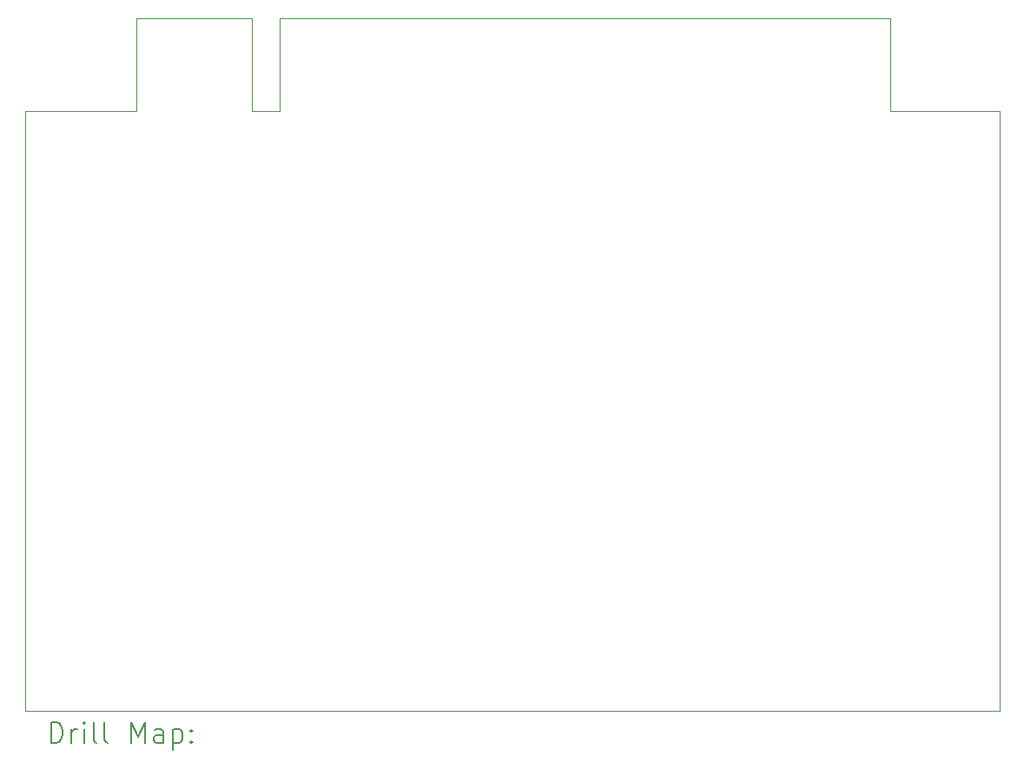
<source format=gbr>
%TF.GenerationSoftware,KiCad,Pcbnew,(6.0.10)*%
%TF.CreationDate,2023-03-31T21:51:58+03:00*%
%TF.ProjectId,zxcart,7a786361-7274-42e6-9b69-6361645f7063,rev?*%
%TF.SameCoordinates,Original*%
%TF.FileFunction,Drillmap*%
%TF.FilePolarity,Positive*%
%FSLAX45Y45*%
G04 Gerber Fmt 4.5, Leading zero omitted, Abs format (unit mm)*
G04 Created by KiCad (PCBNEW (6.0.10)) date 2023-03-31 21:51:58*
%MOMM*%
%LPD*%
G01*
G04 APERTURE LIST*
%ADD10C,0.100000*%
%ADD11C,0.200000*%
G04 APERTURE END LIST*
D10*
X10580000Y-5450000D02*
X10850000Y-5450000D01*
X10850000Y-4550000D02*
X16805000Y-4550000D01*
X10850000Y-4550000D02*
X10850000Y-5450000D01*
X10580000Y-4550000D02*
X10580000Y-5450000D01*
X9455000Y-4550000D02*
X10580000Y-4550000D01*
X8366748Y-11300000D02*
X17866749Y-11300000D01*
X8366748Y-5450000D02*
X9455000Y-5450000D01*
X16805000Y-5450000D02*
X17866749Y-5450000D01*
X16805000Y-4550000D02*
X16805000Y-5450000D01*
X9455000Y-4550000D02*
X9455000Y-5450000D01*
X8366748Y-5450000D02*
X8366748Y-11300000D01*
X17866749Y-5450000D02*
X17866749Y-11300000D01*
D11*
X8619368Y-11615476D02*
X8619368Y-11415476D01*
X8666987Y-11415476D01*
X8695558Y-11425000D01*
X8714606Y-11444048D01*
X8724129Y-11463095D01*
X8733653Y-11501190D01*
X8733653Y-11529762D01*
X8724129Y-11567857D01*
X8714606Y-11586905D01*
X8695558Y-11605952D01*
X8666987Y-11615476D01*
X8619368Y-11615476D01*
X8819368Y-11615476D02*
X8819368Y-11482143D01*
X8819368Y-11520238D02*
X8828891Y-11501190D01*
X8838415Y-11491667D01*
X8857463Y-11482143D01*
X8876510Y-11482143D01*
X8943177Y-11615476D02*
X8943177Y-11482143D01*
X8943177Y-11415476D02*
X8933653Y-11425000D01*
X8943177Y-11434524D01*
X8952701Y-11425000D01*
X8943177Y-11415476D01*
X8943177Y-11434524D01*
X9066987Y-11615476D02*
X9047939Y-11605952D01*
X9038415Y-11586905D01*
X9038415Y-11415476D01*
X9171749Y-11615476D02*
X9152701Y-11605952D01*
X9143177Y-11586905D01*
X9143177Y-11415476D01*
X9400320Y-11615476D02*
X9400320Y-11415476D01*
X9466987Y-11558333D01*
X9533653Y-11415476D01*
X9533653Y-11615476D01*
X9714606Y-11615476D02*
X9714606Y-11510714D01*
X9705082Y-11491667D01*
X9686034Y-11482143D01*
X9647939Y-11482143D01*
X9628891Y-11491667D01*
X9714606Y-11605952D02*
X9695558Y-11615476D01*
X9647939Y-11615476D01*
X9628891Y-11605952D01*
X9619368Y-11586905D01*
X9619368Y-11567857D01*
X9628891Y-11548809D01*
X9647939Y-11539286D01*
X9695558Y-11539286D01*
X9714606Y-11529762D01*
X9809844Y-11482143D02*
X9809844Y-11682143D01*
X9809844Y-11491667D02*
X9828891Y-11482143D01*
X9866987Y-11482143D01*
X9886034Y-11491667D01*
X9895558Y-11501190D01*
X9905082Y-11520238D01*
X9905082Y-11577381D01*
X9895558Y-11596428D01*
X9886034Y-11605952D01*
X9866987Y-11615476D01*
X9828891Y-11615476D01*
X9809844Y-11605952D01*
X9990796Y-11596428D02*
X10000320Y-11605952D01*
X9990796Y-11615476D01*
X9981272Y-11605952D01*
X9990796Y-11596428D01*
X9990796Y-11615476D01*
X9990796Y-11491667D02*
X10000320Y-11501190D01*
X9990796Y-11510714D01*
X9981272Y-11501190D01*
X9990796Y-11491667D01*
X9990796Y-11510714D01*
M02*

</source>
